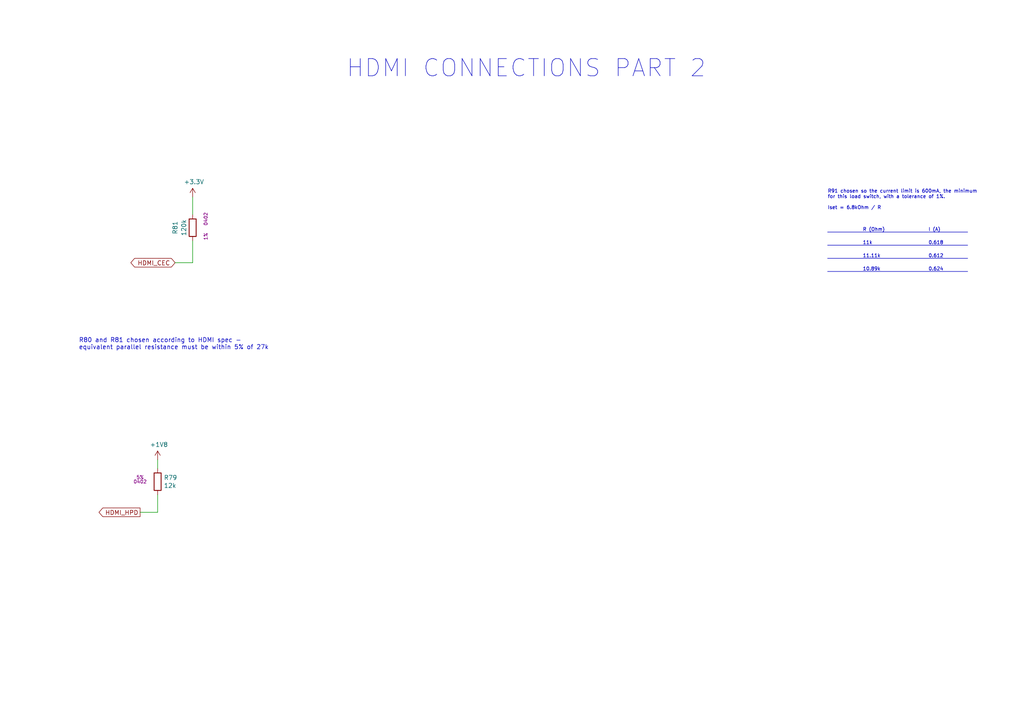
<source format=kicad_sch>
(kicad_sch (version 20231120) (generator "eeschema") (generator_version "8.0")
  (paper "A4")
  (lib_symbols
    (symbol "Device:R" (pin_numbers hide) (pin_names (offset 0))
      (property "Reference" "R" (at 2.032 0 90))
      (property "Value" "R" (at 0 0 90))
      (symbol "R_0_1"
        (rectangle (start -1.016 -2.54) (end 1.016 2.54) (stroke (width 0.254)))
      )
      (symbol "R_1_1"
        (pin passive line (at 0 3.81 270) (length 1.27) (name "~") (number "1"))
        (pin passive line (at 0 -3.81 90) (length 1.27) (name "~") (number "2"))
      )
    )
    (symbol "power:+1V8" (power) (pin_names (offset 0))
      (property "Value" "+1V8" (at 0 3.556 0))
      (symbol "+1V8_0_1"
        (polyline (pts (xy -0.762 1.27) (xy 0 2.54)))
        (polyline (pts (xy 0 0) (xy 0 2.54)))
        (polyline (pts (xy 0 2.54) (xy 0.762 1.27)))
      )
      (symbol "+1V8_1_1"
        (pin power_in line (at 0 0 90) (length 0) hide (name "+1V8") (number "1"))
      )
    )
    (symbol "power:+3.3V" (power) (pin_names (offset 0))
      (property "Value" "+3.3V" (at 0 3.556 0))
      (symbol "+3.3V_0_1"
        (polyline (pts (xy -0.762 1.27) (xy 0 2.54)))
        (polyline (pts (xy 0 0) (xy 0 2.54)))
        (polyline (pts (xy 0 2.54) (xy 0.762 1.27)))
      )
      (symbol "+3.3V_1_1"
        (pin power_in line (at 0 0 90) (length 0) hide (name "+3.3V") (number "1"))
      )
    )
  )
  (wire (pts (xy 55.88 57.15) (xy 55.88 62.23)))
  (wire (pts (xy 45.72 143.51) (xy 45.72 148.59)))
  (wire (pts (xy 45.72 133.35) (xy 45.72 135.89)))
  (polyline (pts (xy 280.67 71.12) (xy 240.03 71.12)))
  (polyline (pts (xy 240.03 74.93) (xy 280.67 74.93)))
  (wire (pts (xy 55.88 69.85) (xy 55.88 76.2)))
  (polyline (pts (xy 280.67 78.74) (xy 240.03 78.74)))
  (polyline (pts (xy 240.03 67.31) (xy 280.67 67.31)))
  (wire (pts (xy 40.64 148.59) (xy 45.72 148.59)))
  (wire (pts (xy 50.8 76.2) (xy 55.88 76.2)))
  (text "11k\n" (at 250.19 71.12 0) (effects (font (size 0.9906 0.9906)) (justify left bottom)))
  (text "10.89k" (at 250.19 78.74 0) (effects (font (size 0.9906 0.9906)) (justify left bottom)))
  (text "0.618\n" (at 269.24 71.12 0) (effects (font (size 0.9906 0.9906)) (justify left bottom)))
  (text "0.612" (at 269.24 74.93 0) (effects (font (size 0.9906 0.9906)) (justify left bottom)))
  (text "R91 chosen so the current limit is 600mA, the minimum \nfor this load switch, with a tolerance of 1%.\n\nIset = 6.8kOhm / R" (at 240.03 60.96 0) (effects (font (size 0.9906 0.9906)) (justify left bottom)))
  (text "0.624" (at 269.24 78.74 0) (effects (font (size 0.9906 0.9906)) (justify left bottom)))
  (text "11.11k" (at 250.19 74.93 0) (effects (font (size 0.9906 0.9906)) (justify left bottom)))
  (text "HDMI CONNECTIONS PART 2" (at 100.33 22.86 0) (effects (font (size 5.0038 5.0038)) (justify left bottom)))
  (text "R80 and R81 chosen according to HDMI spec -\nequivalent parallel resistance must be within 5% of 27k" (at 22.86 101.6 0) (effects (font (size 1.27 1.27)) (justify left bottom)))
  (text "I (A)\n" (at 269.24 67.31 0) (effects (font (size 0.9906 0.9906)) (justify left bottom)))
  (text "R (Ohm)" (at 250.19 67.31 0) (effects (font (size 0.9906 0.9906)) (justify left bottom)))
  (global_label "HDMI_CEC" (shape bidirectional) (at 50.8 76.2 180) (property "Intersheetrefs" "${INTERSHEET_REFS}" (effects (hide yes))))
  (global_label "HDMI_HPD" (shape output) (at 40.64 148.59 180) (property "Intersheetrefs" "${INTERSHEET_REFS}" (effects (hide yes))))
  (symbol (lib_id "Device:R") (at 55.88 66.04 0) (unit 1)
    (property "Reference" "R81" (at 50.8 66.04 90))
    (property "Value" "120k" (at 53.34 66.04 90))
    (property "Footprint" "Resistor_SMD:R_0402_1005Metric" (effects (hide yes)))
    (property "Package" "0402" (at 59.69 63.5 90) (effects (font (size 0.9906 0.9906))))
    (property "Tolerance" "1%" (at 59.69 68.58 90) (effects (font (size 0.9906 0.9906))))
    (property "MPN" "0402WGF1203TCE" (effects (hide yes)))
    (property "Manufacturer" "C25750" (effects (hide yes)))
  )
  (symbol (lib_id "Device:R") (at 45.72 139.7 0) (unit 1)
    (property "Reference" "R79" (at 47.498 138.5316 0) (effects (justify left)))
    (property "Value" "12k" (at 47.498 140.843 0) (effects (justify left)))
    (property "Footprint" "Resistor_SMD:R_0402_1005Metric" (effects (hide yes)))
    (property "Tolerance" "5%" (at 40.64 138.43 0) (effects (font (size 0.9906 0.9906))))
    (property "Package" "0402" (at 40.64 139.7 0) (effects (font (size 0.9906 0.9906))))
    (property "MPN" "0402WGF1002TCE" (effects (hide yes)))
    (property "Manufacturer" "C25744" (effects (hide yes)))
  )
  (symbol (lib_id "power:+1V8") (at 45.72 133.35 0) (unit 1)
    (property "Reference" "#PWR0136" (effects (hide yes)))
    (property "Value" "+1V8" (at 46.101 128.9558 0))
  )
  (symbol (lib_id "power:+3.3V") (at 55.88 57.15 0) (unit 1)
    (property "Reference" "#PWR9" (effects (hide yes)))
    (property "Value" "+3.3V" (at 56.261 52.7558 0))
  )
)
</source>
